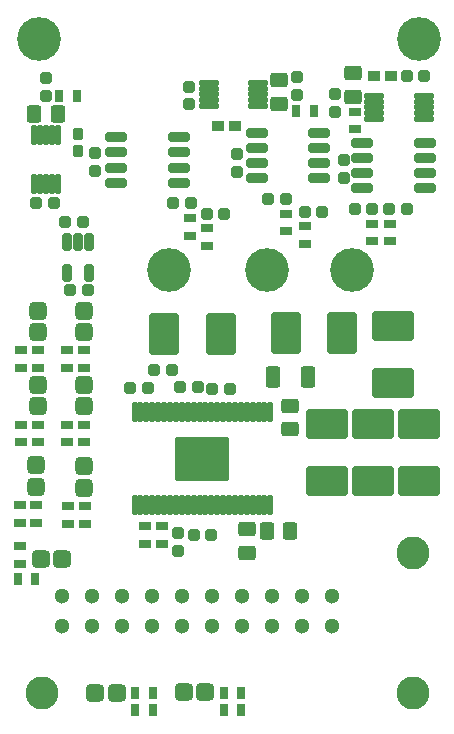
<source format=gts>
%FSLAX46Y46*%
%MOMM*%
%AMPS14*
1,1,1.300000,0.000000,0.000000*
%
%ADD14PS14*%
%AMPS27*
1,1,1.300000,0.000000,0.000000*
%
%ADD27PS27*%
%AMPS52*
1,1,1.300000,0.000000,0.000000*
%
%ADD52PS52*%
%AMPS39*
1,1,1.300000,0.000000,0.000000*
%
%ADD39PS39*%
%AMPS61*
1,1,3.700000,0.000000,0.000000*
%
%ADD61PS61*%
%AMPS49*
1,1,2.800000,0.000000,0.000000*
%
%ADD49PS49*%
%AMPS30*
1,1,3.700000,0.000000,0.000000*
%
%ADD30PS30*%
%AMPS53*
1,1,3.700000,0.000000,0.000000*
%
%ADD53PS53*%
%AMPS47*
1,1,1.300000,0.000000,0.000000*
%
%ADD47PS47*%
%AMPS64*
1,1,1.300000,0.000000,0.000000*
%
%ADD64PS64*%
%AMPS41*
1,1,1.300000,0.000000,0.000000*
%
%ADD41PS41*%
%AMPS36*
1,1,1.300000,0.000000,0.000000*
%
%ADD36PS36*%
%AMPS40*
1,1,1.300000,0.000000,0.000000*
%
%ADD40PS40*%
%AMPS13*
1,1,1.300000,0.000000,0.000000*
%
%ADD13PS13*%
%AMPS59*
1,1,1.300000,0.000000,0.000000*
%
%ADD59PS59*%
%AMPS54*
1,1,3.700000,0.000000,0.000000*
%
%ADD54PS54*%
%AMPS23*
1,1,3.700000,0.000000,0.000000*
%
%ADD23PS23*%
%AMPS21*
1,1,1.300000,0.000000,0.000000*
%
%ADD21PS21*%
%AMPS60*
1,1,1.300000,0.000000,0.000000*
%
%ADD60PS60*%
%AMPS58*
1,1,1.300000,0.000000,0.000000*
%
%ADD58PS58*%
%AMPS26*
1,1,2.800000,0.000000,0.000000*
%
%ADD26PS26*%
%AMPS10*
1,1,0.400000,-0.300000,0.275000*
1,1,0.400000,0.300000,-0.275000*
1,1,0.400000,0.300000,0.275000*
1,1,0.400000,-0.300000,-0.275000*
21,1,1.000000,0.550000,0.000000,0.000000,0.000000*
21,1,0.600000,0.950000,0.000000,0.000000,0.000000*
%
%ADD10PS10*%
%AMPS18*
1,1,0.400000,-0.275000,-0.300000*
1,1,0.400000,0.275000,0.300000*
1,1,0.400000,-0.275000,0.300000*
1,1,0.400000,0.275000,-0.300000*
21,1,1.000000,0.550000,0.000000,0.000000,90.000000*
21,1,0.600000,0.950000,0.000000,0.000000,90.000000*
%
%ADD18PS18*%
%AMPS22*
1,1,0.400000,0.300000,-0.275000*
1,1,0.400000,-0.300000,0.275000*
1,1,0.400000,-0.300000,-0.275000*
1,1,0.400000,0.300000,0.275000*
21,1,1.000000,0.550000,0.000000,0.000000,180.000000*
21,1,0.600000,0.950000,0.000000,0.000000,180.000000*
%
%ADD22PS22*%
%AMPS33*
1,1,0.400000,0.275000,0.300000*
1,1,0.400000,-0.275000,-0.300000*
1,1,0.400000,0.275000,-0.300000*
1,1,0.400000,-0.275000,0.300000*
21,1,1.000000,0.550000,0.000000,0.000000,270.000000*
21,1,0.600000,0.950000,0.000000,0.000000,270.000000*
%
%ADD33PS33*%
%AMPS63*
1,1,0.440000,-0.180000,0.535000*
1,1,0.440000,0.180000,-0.535000*
1,1,0.440000,0.180000,0.535000*
1,1,0.440000,-0.180000,-0.535000*
21,1,0.800000,1.070000,0.000000,0.000000,0.000000*
21,1,0.360000,1.510000,0.000000,0.000000,0.000000*
%
%ADD63PS63*%
%AMPS62*
1,1,0.440000,0.180000,-0.535000*
1,1,0.440000,-0.180000,0.535000*
1,1,0.440000,-0.180000,-0.535000*
1,1,0.440000,0.180000,0.535000*
21,1,0.800000,1.070000,0.000000,0.000000,180.000000*
21,1,0.360000,1.510000,0.000000,0.000000,180.000000*
%
%ADD62PS62*%
%AMPS29*
1,1,0.400000,-0.400000,0.525000*
1,1,0.400000,0.400000,-0.525000*
1,1,0.400000,0.400000,0.525000*
1,1,0.400000,-0.400000,-0.525000*
21,1,1.200000,1.050000,0.000000,0.000000,0.000000*
21,1,0.800000,1.450000,0.000000,0.000000,0.000000*
%
%ADD29PS29*%
%AMPS28*
1,1,0.400000,-0.525000,-0.400000*
1,1,0.400000,0.525000,0.400000*
1,1,0.400000,-0.525000,0.400000*
1,1,0.400000,0.525000,-0.400000*
21,1,1.200000,1.050000,0.000000,0.000000,90.000000*
21,1,0.800000,1.450000,0.000000,0.000000,90.000000*
%
%ADD28PS28*%
%AMPS15*
1,1,0.400000,0.400000,-0.525000*
1,1,0.400000,-0.400000,0.525000*
1,1,0.400000,-0.400000,-0.525000*
1,1,0.400000,0.400000,0.525000*
21,1,1.200000,1.050000,0.000000,0.000000,180.000000*
21,1,0.800000,1.450000,0.000000,0.000000,180.000000*
%
%ADD15PS15*%
%AMPS44*
1,1,0.400000,0.525000,0.400000*
1,1,0.400000,-0.525000,-0.400000*
1,1,0.400000,0.525000,-0.400000*
1,1,0.400000,-0.525000,0.400000*
21,1,1.200000,1.050000,0.000000,0.000000,270.000000*
21,1,0.800000,1.450000,0.000000,0.000000,270.000000*
%
%ADD44PS44*%
%AMPS16*
1,1,0.700000,-1.440000,0.940000*
1,1,0.700000,1.440000,-0.940000*
1,1,0.700000,1.440000,0.940000*
1,1,0.700000,-1.440000,-0.940000*
21,1,3.580000,1.880000,0.000000,0.000000,0.000000*
21,1,2.880000,2.580000,0.000000,0.000000,0.000000*
%
%ADD16PS16*%
%AMPS43*
1,1,0.700000,-0.940000,-1.440000*
1,1,0.700000,0.940000,1.440000*
1,1,0.700000,-0.940000,1.440000*
1,1,0.700000,0.940000,-1.440000*
21,1,3.580000,1.880000,0.000000,0.000000,90.000000*
21,1,2.880000,2.580000,0.000000,0.000000,90.000000*
%
%ADD43PS43*%
%AMPS17*
1,1,0.700000,1.440000,-0.940000*
1,1,0.700000,-1.440000,0.940000*
1,1,0.700000,-1.440000,-0.940000*
1,1,0.700000,1.440000,0.940000*
21,1,3.580000,1.880000,0.000000,0.000000,180.000000*
21,1,2.880000,2.580000,0.000000,0.000000,180.000000*
%
%ADD17PS17*%
%AMPS42*
1,1,0.700000,0.940000,1.440000*
1,1,0.700000,-0.940000,-1.440000*
1,1,0.700000,0.940000,-1.440000*
1,1,0.700000,-0.940000,1.440000*
21,1,3.580000,1.880000,0.000000,0.000000,270.000000*
21,1,2.880000,2.580000,0.000000,0.000000,270.000000*
%
%ADD42PS42*%
%AMPS57*
1,1,0.400000,-2.110000,-1.640000*
1,1,0.400000,2.110000,1.640000*
1,1,0.400000,-2.110000,1.640000*
1,1,0.400000,2.110000,-1.640000*
21,1,3.680000,4.220000,0.000000,0.000000,90.000000*
21,1,3.280000,4.620000,0.000000,0.000000,90.000000*
%
%ADD57PS57*%
%AMPS25*
1,1,0.440000,-0.685000,-0.185000*
1,1,0.440000,0.685000,0.185000*
1,1,0.440000,-0.685000,0.185000*
1,1,0.440000,0.685000,-0.185000*
21,1,0.810000,1.370000,0.000000,0.000000,90.000000*
21,1,0.370000,1.810000,0.000000,0.000000,90.000000*
%
%ADD25PS25*%
%AMPS24*
1,1,0.440000,0.685000,0.185000*
1,1,0.440000,-0.685000,-0.185000*
1,1,0.440000,0.685000,-0.185000*
1,1,0.440000,-0.685000,0.185000*
21,1,0.810000,1.370000,0.000000,0.000000,270.000000*
21,1,0.370000,1.810000,0.000000,0.000000,270.000000*
%
%ADD24PS24*%
%AMPS56*
1,1,0.400000,-0.050000,0.675000*
1,1,0.400000,0.050000,-0.675000*
1,1,0.400000,0.050000,0.675000*
1,1,0.400000,-0.050000,-0.675000*
21,1,0.500000,1.350000,0.000000,0.000000,0.000000*
21,1,0.100000,1.750000,0.000000,0.000000,0.000000*
%
%ADD56PS56*%
%AMPS55*
1,1,0.400000,0.050000,-0.675000*
1,1,0.400000,-0.050000,0.675000*
1,1,0.400000,-0.050000,-0.675000*
1,1,0.400000,0.050000,0.675000*
21,1,0.500000,1.350000,0.000000,0.000000,180.000000*
21,1,0.100000,1.750000,0.000000,0.000000,180.000000*
%
%ADD55PS55*%
%AMPS45*
1,1,0.720000,-0.380000,0.410000*
1,1,0.720000,0.380000,-0.410000*
1,1,0.720000,0.380000,0.410000*
1,1,0.720000,-0.380000,-0.410000*
21,1,1.480000,0.820000,0.000000,0.000000,0.000000*
21,1,0.760000,1.540000,0.000000,0.000000,0.000000*
%
%ADD45PS45*%
%AMPS37*
1,1,0.720000,-0.410000,-0.380000*
1,1,0.720000,0.410000,0.380000*
1,1,0.720000,-0.410000,0.380000*
1,1,0.720000,0.410000,-0.380000*
21,1,1.480000,0.820000,0.000000,0.000000,90.000000*
21,1,0.760000,1.540000,0.000000,0.000000,90.000000*
%
%ADD37PS37*%
%AMPS46*
1,1,0.720000,0.380000,-0.410000*
1,1,0.720000,-0.380000,0.410000*
1,1,0.720000,-0.380000,-0.410000*
1,1,0.720000,0.380000,0.410000*
21,1,1.480000,0.820000,0.000000,0.000000,180.000000*
21,1,0.760000,1.540000,0.000000,0.000000,180.000000*
%
%ADD46PS46*%
%AMPS38*
1,1,0.720000,0.410000,0.380000*
1,1,0.720000,-0.410000,-0.380000*
1,1,0.720000,0.410000,-0.380000*
1,1,0.720000,-0.410000,0.380000*
21,1,1.480000,0.820000,0.000000,0.000000,270.000000*
21,1,0.760000,1.540000,0.000000,0.000000,270.000000*
%
%ADD38PS38*%
%AMPS51*
1,1,0.300000,-0.100000,0.700000*
1,1,0.300000,0.100000,-0.700000*
1,1,0.300000,0.100000,0.700000*
1,1,0.300000,-0.100000,-0.700000*
21,1,0.500000,1.400000,0.000000,0.000000,0.000000*
21,1,0.200000,1.700000,0.000000,0.000000,0.000000*
%
%ADD51PS51*%
%AMPS20*
1,1,0.300000,-0.700000,-0.100000*
1,1,0.300000,0.700000,0.100000*
1,1,0.300000,-0.700000,0.100000*
1,1,0.300000,0.700000,-0.100000*
21,1,0.500000,1.400000,0.000000,0.000000,90.000000*
21,1,0.200000,1.700000,0.000000,0.000000,90.000000*
%
%ADD20PS20*%
%AMPS50*
1,1,0.300000,0.100000,-0.700000*
1,1,0.300000,-0.100000,0.700000*
1,1,0.300000,-0.100000,-0.700000*
1,1,0.300000,0.100000,0.700000*
21,1,0.500000,1.400000,0.000000,0.000000,180.000000*
21,1,0.200000,1.700000,0.000000,0.000000,180.000000*
%
%ADD50PS50*%
%AMPS19*
1,1,0.300000,0.700000,0.100000*
1,1,0.300000,-0.700000,-0.100000*
1,1,0.300000,0.700000,-0.100000*
1,1,0.300000,-0.700000,0.100000*
21,1,0.500000,1.400000,0.000000,0.000000,270.000000*
21,1,0.200000,1.700000,0.000000,0.000000,270.000000*
%
%ADD19PS19*%
%AMPS34*
1,1,0.400000,-0.400000,0.700000*
1,1,0.400000,0.400000,-0.700000*
1,1,0.400000,0.400000,0.700000*
1,1,0.400000,-0.400000,-0.700000*
21,1,1.200000,1.400000,0.000000,0.000000,0.000000*
21,1,0.800000,1.800000,0.000000,0.000000,0.000000*
%
%ADD34PS34*%
%AMPS65*
1,1,0.480000,-0.205000,0.305000*
1,1,0.480000,0.205000,-0.305000*
1,1,0.480000,0.205000,0.305000*
1,1,0.480000,-0.205000,-0.305000*
21,1,0.890000,0.610000,0.000000,0.000000,0.000000*
21,1,0.410000,1.090000,0.000000,0.000000,0.000000*
%
%ADD65PS65*%
%AMPS32*
1,1,0.480000,-0.305000,-0.205000*
1,1,0.480000,0.305000,0.205000*
1,1,0.480000,-0.305000,0.205000*
1,1,0.480000,0.305000,-0.205000*
21,1,0.890000,0.610000,0.000000,0.000000,90.000000*
21,1,0.410000,1.090000,0.000000,0.000000,90.000000*
%
%ADD32PS32*%
%AMPS66*
1,1,0.480000,0.205000,-0.305000*
1,1,0.480000,-0.205000,0.305000*
1,1,0.480000,-0.205000,-0.305000*
1,1,0.480000,0.205000,0.305000*
21,1,0.890000,0.610000,0.000000,0.000000,180.000000*
21,1,0.410000,1.090000,0.000000,0.000000,180.000000*
%
%ADD66PS66*%
%AMPS31*
1,1,0.480000,0.305000,0.205000*
1,1,0.480000,-0.305000,-0.205000*
1,1,0.480000,0.305000,-0.205000*
1,1,0.480000,-0.305000,0.205000*
21,1,0.890000,0.610000,0.000000,0.000000,270.000000*
21,1,0.410000,1.090000,0.000000,0.000000,270.000000*
%
%ADD31PS31*%
%AMPS35*
1,1,0.400000,-0.150000,0.350000*
1,1,0.400000,0.150000,-0.350000*
1,1,0.400000,0.150000,0.350000*
1,1,0.400000,-0.150000,-0.350000*
21,1,0.700000,0.700000,0.000000,0.000000,0.000000*
21,1,0.300000,1.100000,0.000000,0.000000,0.000000*
%
%ADD35PS35*%
%AMPS11*
1,1,0.400000,-0.350000,-0.150000*
1,1,0.400000,0.350000,0.150000*
1,1,0.400000,-0.350000,0.150000*
1,1,0.400000,0.350000,-0.150000*
21,1,0.700000,0.700000,0.000000,0.000000,90.000000*
21,1,0.300000,1.100000,0.000000,0.000000,90.000000*
%
%ADD11PS11*%
%AMPS48*
1,1,0.400000,0.150000,-0.350000*
1,1,0.400000,-0.150000,0.350000*
1,1,0.400000,-0.150000,-0.350000*
1,1,0.400000,0.150000,0.350000*
21,1,0.700000,0.700000,0.000000,0.000000,180.000000*
21,1,0.300000,1.100000,0.000000,0.000000,180.000000*
%
%ADD48PS48*%
%AMPS12*
1,1,0.400000,0.350000,0.150000*
1,1,0.400000,-0.350000,-0.150000*
1,1,0.400000,0.350000,-0.150000*
1,1,0.400000,-0.350000,0.150000*
21,1,0.700000,0.700000,0.000000,0.000000,270.000000*
21,1,0.300000,1.100000,0.000000,0.000000,270.000000*
%
%ADD12PS12*%
G01*
G01*
%LPD*%
G75*
D10*
X5950000Y-7225829D03*
D10*
X4450000Y-7225829D03*
D11*
X10970000Y4750000D03*
D11*
X10970000Y6250000D03*
D12*
X-900000Y-4050000D03*
D12*
X-900000Y-5550000D03*
D13*
X3780000Y-27440000D03*
D14*
X1240000Y-24900000D03*
D15*
X-1700056Y15900008D03*
D15*
X-3700056Y15900008D03*
D16*
X28900000Y-15110000D03*
D17*
X28900000Y-10290000D03*
D11*
X26400000Y5150000D03*
D11*
X26400000Y6650000D03*
D11*
X24900000Y5150000D03*
D11*
X24900000Y6650000D03*
D18*
X9400000Y18250000D03*
D18*
X9400000Y16750000D03*
D12*
X500000Y-10350000D03*
D12*
X500000Y-11850000D03*
D19*
X25100000Y17500000D03*
D20*
X29300000Y17500000D03*
D19*
X25100000Y16000000D03*
D20*
X29300000Y16000000D03*
D19*
X25100000Y15500000D03*
D19*
X25100000Y16500000D03*
D20*
X29300000Y16500000D03*
D20*
X29300000Y15500000D03*
D20*
X29300000Y17000000D03*
D19*
X25100000Y17000000D03*
D10*
X27850000Y7900000D03*
D10*
X26350000Y7900000D03*
D21*
X-1300000Y-24900000D03*
D12*
X-900000Y-10350000D03*
D12*
X-900000Y-11850000D03*
D22*
X8050000Y8400000D03*
D22*
X9550000Y8400000D03*
D23*
X16000000Y2700000D03*
D24*
X3240000Y10140000D03*
D25*
X8560000Y10140000D03*
D24*
X3240000Y13960000D03*
D24*
X3240000Y12690000D03*
D25*
X8560000Y11410000D03*
D25*
X8560000Y12690000D03*
D25*
X8560000Y13960000D03*
D24*
X3240000Y11410000D03*
D26*
X28400000Y-33100000D03*
D27*
X13940000Y-24900000D03*
D10*
X20700000Y7650000D03*
D10*
X19200000Y7650000D03*
D28*
X17000008Y16800056D03*
D28*
X17000008Y18800056D03*
D29*
X16000056Y-19400008D03*
D29*
X18000056Y-19400008D03*
D30*
X-3300000Y22300000D03*
D10*
X12420000Y7500000D03*
D10*
X10920000Y7500000D03*
D31*
X11890000Y14900000D03*
D32*
X13310000Y14900000D03*
D12*
X500000Y-4050000D03*
D12*
X500000Y-5550000D03*
D33*
X8500000Y-21050000D03*
D33*
X8500000Y-19550000D03*
D12*
X600000Y-17250000D03*
D12*
X600000Y-18750000D03*
D10*
X12850000Y-7375829D03*
D10*
X11350000Y-7375829D03*
D34*
X16500000Y-6300000D03*
D34*
X19500000Y-6300000D03*
D33*
X1500000Y11150000D03*
D33*
X1500000Y12650000D03*
D33*
X13500000Y11050000D03*
D33*
X13500000Y12550000D03*
D35*
X4850000Y-34500000D03*
D35*
X6350000Y-34500000D03*
D36*
X21560000Y-27440000D03*
D21*
X3780000Y-24900000D03*
D37*
X10800000Y-33000000D03*
D38*
X9000000Y-33000000D03*
D12*
X-4900000Y-20650000D03*
D12*
X-4900000Y-22150000D03*
D39*
X19020000Y-24900000D03*
D18*
X-2700000Y18950000D03*
D18*
X-2700000Y17450000D03*
D22*
X27850000Y19200000D03*
D22*
X29350000Y19200000D03*
D16*
X25000000Y-15110000D03*
D17*
X25000000Y-10290000D03*
D24*
X15140000Y10490000D03*
D25*
X20460000Y10490000D03*
D24*
X15140000Y14310000D03*
D24*
X15140000Y13040000D03*
D25*
X20460000Y11760000D03*
D25*
X20460000Y13040000D03*
D25*
X20460000Y14310000D03*
D24*
X15140000Y11760000D03*
D16*
X26700000Y-6860000D03*
D17*
X26700000Y-2040000D03*
D40*
X8860000Y-24900000D03*
D27*
X21560000Y-24900000D03*
D41*
X13940000Y-27440000D03*
D42*
X7300000Y-2720000D03*
D43*
X12120000Y-2720000D03*
D35*
X12350000Y-34500000D03*
D35*
X13850000Y-34500000D03*
D44*
X17999992Y-8750056D03*
D44*
X17999992Y-10750056D03*
D35*
X18470000Y16200000D03*
D35*
X19970000Y16200000D03*
D45*
X500000Y-15700000D03*
D46*
X500000Y-13900000D03*
D47*
X16480000Y-24900000D03*
D10*
X7957489Y-5725829D03*
D10*
X6457489Y-5725829D03*
D18*
X18600000Y19050000D03*
D18*
X18600000Y17550000D03*
D44*
X14299992Y-19200056D03*
D44*
X14299992Y-21200056D03*
D12*
X-3400000Y-10350000D03*
D12*
X-3400000Y-11850000D03*
D48*
X-3600000Y-23400000D03*
D48*
X-5100000Y-23400000D03*
D28*
X23300008Y17400056D03*
D28*
X23300008Y19400056D03*
D49*
X28400000Y-21200000D03*
D12*
X-4800000Y-10350000D03*
D12*
X-4800000Y-11850000D03*
D11*
X17600000Y6000000D03*
D11*
X17600000Y7500000D03*
D22*
X-650000Y1000000D03*
D22*
X850000Y1000000D03*
D20*
X15300000Y16600000D03*
D19*
X11100000Y16600000D03*
D20*
X15300000Y18100000D03*
D19*
X11100000Y18100000D03*
D20*
X15300000Y18600000D03*
D20*
X15300000Y17600000D03*
D19*
X11100000Y17600000D03*
D19*
X11100000Y18600000D03*
D19*
X11100000Y17100000D03*
D20*
X15300000Y17100000D03*
D21*
X11400000Y-24900000D03*
D33*
X22500000Y10550000D03*
D33*
X22500000Y12050000D03*
D37*
X3300000Y-33100000D03*
D38*
X1500000Y-33100000D03*
D12*
X-4900000Y-17150000D03*
D12*
X-4900000Y-18650000D03*
D50*
X-1700000Y14200000D03*
D51*
X-1700000Y10000000D03*
D50*
X-3200000Y14200000D03*
D51*
X-3200000Y10000000D03*
D50*
X-3700000Y14200000D03*
D50*
X-2700000Y14200000D03*
D51*
X-2700000Y10000000D03*
D51*
X-3700000Y10000000D03*
D51*
X-2200000Y10000000D03*
D50*
X-2200000Y14200000D03*
D26*
X-3000000Y-33100000D03*
D16*
X21100000Y-15110000D03*
D17*
X21100000Y-10290000D03*
D45*
X500000Y-2500000D03*
D46*
X500000Y-700000D03*
D45*
X-3400000Y-2500000D03*
D46*
X-3400000Y-700000D03*
D52*
X-1300000Y-27440000D03*
D22*
X9807490Y-19725830D03*
D22*
X11307490Y-19725830D03*
D53*
X28900000Y22300000D03*
D54*
X7700000Y2700000D03*
D55*
X15307489Y-9275829D03*
D55*
X11307489Y-9275829D03*
D55*
X9807489Y-9275829D03*
D56*
X14807489Y-17175829D03*
D56*
X15807489Y-17175829D03*
D55*
X6307489Y-9275829D03*
D56*
X12307489Y-17175829D03*
D55*
X9307489Y-9275829D03*
D56*
X13807489Y-17175829D03*
D56*
X6307489Y-17175829D03*
D56*
X6807489Y-17175829D03*
D55*
X4807489Y-9275829D03*
D56*
X4807489Y-17175829D03*
D55*
X11807489Y-9275829D03*
D56*
X9807489Y-17175829D03*
D55*
X10807489Y-9275829D03*
D56*
X11307489Y-17175829D03*
D56*
X16307489Y-17175829D03*
D55*
X6807489Y-9275829D03*
D55*
X7807489Y-9275829D03*
D55*
X5807489Y-9275829D03*
D56*
X7807489Y-17175829D03*
D56*
X11807489Y-17175829D03*
D55*
X12807489Y-9275829D03*
D56*
X10307489Y-17175829D03*
D57*
X10557489Y-13225829D03*
D55*
X13307489Y-9275829D03*
D55*
X5307489Y-9275829D03*
D56*
X15307489Y-17175829D03*
D56*
X5307489Y-17175829D03*
D55*
X13807489Y-9275829D03*
D56*
X5807489Y-17175829D03*
D55*
X7307489Y-9275829D03*
D56*
X7307489Y-17175829D03*
D56*
X8807489Y-17175829D03*
D56*
X9307489Y-17175829D03*
D56*
X10807489Y-17175829D03*
D55*
X16307489Y-9275829D03*
D55*
X12307489Y-9275829D03*
D55*
X15807489Y-9275829D03*
D55*
X14307489Y-9275829D03*
D56*
X14307489Y-17175829D03*
D55*
X10307489Y-9275829D03*
D56*
X13307489Y-17175829D03*
D56*
X8307489Y-17175829D03*
D56*
X12807489Y-17175829D03*
D55*
X14807489Y-9275829D03*
D55*
X8307489Y-9275829D03*
D55*
X8807489Y-9275829D03*
D24*
X24040000Y9690000D03*
D25*
X29360000Y9690000D03*
D24*
X24040000Y13510000D03*
D24*
X24040000Y12240000D03*
D25*
X29360000Y10960000D03*
D25*
X29360000Y12240000D03*
D25*
X29360000Y13510000D03*
D24*
X24040000Y10960000D03*
D32*
X26510000Y19200000D03*
D31*
X25090000Y19200000D03*
D39*
X6320000Y-24900000D03*
D58*
X8860000Y-27440000D03*
D59*
X11400000Y-27440000D03*
D60*
X16480000Y-27440000D03*
D45*
X500000Y-8800000D03*
D46*
X500000Y-7000000D03*
D12*
X5707489Y-18975829D03*
D12*
X5707489Y-20475829D03*
D18*
X21800000Y17650000D03*
D18*
X21800000Y16150000D03*
D45*
X-3400000Y-8800000D03*
D46*
X-3400000Y-7000000D03*
D12*
X-3400000Y-4050000D03*
D12*
X-3400000Y-5550000D03*
D12*
X7107489Y-18975829D03*
D12*
X7107489Y-20475829D03*
D12*
X-3500000Y-17150000D03*
D12*
X-3500000Y-18650000D03*
D11*
X19200000Y4950000D03*
D11*
X19200000Y6450000D03*
D47*
X6320000Y-27440000D03*
D12*
X-4800000Y-4050000D03*
D12*
X-4800000Y-5550000D03*
D22*
X-3550000Y8400000D03*
D22*
X-2050000Y8400000D03*
D35*
X12350000Y-33100000D03*
D35*
X13850000Y-33100000D03*
D61*
X23200000Y2700000D03*
D10*
X450000Y6800000D03*
D10*
X-1050000Y6800000D03*
D22*
X23450000Y7900000D03*
D22*
X24950000Y7900000D03*
D62*
X0Y5100000D03*
D63*
X950000Y2500000D03*
D63*
X-950000Y2500000D03*
D62*
X950000Y5100000D03*
D62*
X-950000Y5100000D03*
D22*
X16100000Y8750000D03*
D22*
X17600000Y8750000D03*
D64*
X19020000Y-27440000D03*
D43*
X22410000Y-2600000D03*
D42*
X17590000Y-2600000D03*
D12*
X-800000Y-17250000D03*
D12*
X-800000Y-18750000D03*
D12*
X23500000Y16150000D03*
D12*
X23500000Y14650000D03*
D65*
X0Y12790000D03*
D66*
X0Y14210000D03*
D10*
X10157489Y-7175830D03*
D10*
X8657489Y-7175830D03*
D35*
X4850000Y-33100000D03*
D35*
X6350000Y-33100000D03*
D45*
X-3500000Y-15600000D03*
D46*
X-3500000Y-13800000D03*
D38*
X-3100000Y-21700000D03*
D37*
X-1300000Y-21700000D03*
D35*
X-1550000Y17500000D03*
D35*
X-50000Y17500000D03*
D11*
X9500000Y5650000D03*
D11*
X9500000Y7150000D03*
D13*
X1240000Y-27440000D03*
M02*

</source>
